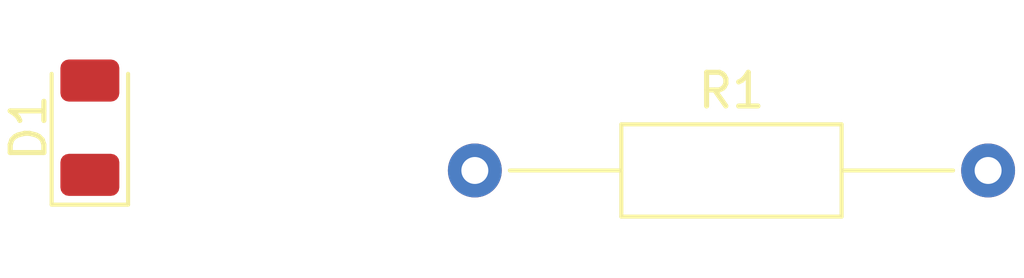
<source format=kicad_pcb>
(kicad_pcb (version 20171130) (host pcbnew "(5.1.10)-1")

  (general
    (thickness 1.6)
    (drawings 0)
    (tracks 0)
    (zones 0)
    (modules 2)
    (nets 4)
  )

  (page A4)
  (layers
    (0 F.Cu signal)
    (31 B.Cu signal)
    (32 B.Adhes user)
    (33 F.Adhes user)
    (34 B.Paste user)
    (35 F.Paste user)
    (36 B.SilkS user)
    (37 F.SilkS user)
    (38 B.Mask user)
    (39 F.Mask user)
    (40 Dwgs.User user)
    (41 Cmts.User user)
    (42 Eco1.User user)
    (43 Eco2.User user)
    (44 Edge.Cuts user)
    (45 Margin user)
    (46 B.CrtYd user)
    (47 F.CrtYd user)
    (48 B.Fab user)
    (49 F.Fab user)
  )

  (setup
    (last_trace_width 0.25)
    (trace_clearance 0.2)
    (zone_clearance 0.508)
    (zone_45_only no)
    (trace_min 0.2)
    (via_size 0.8)
    (via_drill 0.4)
    (via_min_size 0.4)
    (via_min_drill 0.3)
    (uvia_size 0.3)
    (uvia_drill 0.1)
    (uvias_allowed no)
    (uvia_min_size 0.2)
    (uvia_min_drill 0.1)
    (edge_width 0.05)
    (segment_width 0.2)
    (pcb_text_width 0.3)
    (pcb_text_size 1.5 1.5)
    (mod_edge_width 0.12)
    (mod_text_size 1 1)
    (mod_text_width 0.15)
    (pad_size 1.524 1.524)
    (pad_drill 0.762)
    (pad_to_mask_clearance 0)
    (aux_axis_origin 0 0)
    (visible_elements FFFFFF7F)
    (pcbplotparams
      (layerselection 0x010fc_ffffffff)
      (usegerberextensions false)
      (usegerberattributes true)
      (usegerberadvancedattributes true)
      (creategerberjobfile true)
      (excludeedgelayer true)
      (linewidth 0.100000)
      (plotframeref false)
      (viasonmask false)
      (mode 1)
      (useauxorigin false)
      (hpglpennumber 1)
      (hpglpenspeed 20)
      (hpglpendiameter 15.000000)
      (psnegative false)
      (psa4output false)
      (plotreference true)
      (plotvalue true)
      (plotinvisibletext false)
      (padsonsilk false)
      (subtractmaskfromsilk false)
      (outputformat 1)
      (mirror false)
      (drillshape 1)
      (scaleselection 1)
      (outputdirectory ""))
  )

  (net 0 "")
  (net 1 "Net-(D1-Pad1)")
  (net 2 GND)
  (net 3 +5V)

  (net_class Default "This is the default net class."
    (clearance 0.2)
    (trace_width 0.25)
    (via_dia 0.8)
    (via_drill 0.4)
    (uvia_dia 0.3)
    (uvia_drill 0.1)
    (add_net +5V)
    (add_net GND)
    (add_net "Net-(D1-Pad1)")
  )

  (module LED_SMD:LED_1206_3216Metric (layer F.Cu) (tedit 5F68FEF1) (tstamp 611EC7D5)
    (at 25.4 44.45 90)
    (descr "LED SMD 1206 (3216 Metric), square (rectangular) end terminal, IPC_7351 nominal, (Body size source: http://www.tortai-tech.com/upload/download/2011102023233369053.pdf), generated with kicad-footprint-generator")
    (tags LED)
    (path /6122F05E)
    (attr smd)
    (fp_text reference D1 (at 0 -1.82 90) (layer F.SilkS)
      (effects (font (size 1 1) (thickness 0.15)))
    )
    (fp_text value LED_ARGB (at 0 1.82 90) (layer F.Fab)
      (effects (font (size 1 1) (thickness 0.15)))
    )
    (fp_line (start 2.28 1.12) (end -2.28 1.12) (layer F.CrtYd) (width 0.05))
    (fp_line (start 2.28 -1.12) (end 2.28 1.12) (layer F.CrtYd) (width 0.05))
    (fp_line (start -2.28 -1.12) (end 2.28 -1.12) (layer F.CrtYd) (width 0.05))
    (fp_line (start -2.28 1.12) (end -2.28 -1.12) (layer F.CrtYd) (width 0.05))
    (fp_line (start -2.285 1.135) (end 1.6 1.135) (layer F.SilkS) (width 0.12))
    (fp_line (start -2.285 -1.135) (end -2.285 1.135) (layer F.SilkS) (width 0.12))
    (fp_line (start 1.6 -1.135) (end -2.285 -1.135) (layer F.SilkS) (width 0.12))
    (fp_line (start 1.6 0.8) (end 1.6 -0.8) (layer F.Fab) (width 0.1))
    (fp_line (start -1.6 0.8) (end 1.6 0.8) (layer F.Fab) (width 0.1))
    (fp_line (start -1.6 -0.4) (end -1.6 0.8) (layer F.Fab) (width 0.1))
    (fp_line (start -1.2 -0.8) (end -1.6 -0.4) (layer F.Fab) (width 0.1))
    (fp_line (start 1.6 -0.8) (end -1.2 -0.8) (layer F.Fab) (width 0.1))
    (fp_text user %R (at 0 0 90) (layer F.Fab)
      (effects (font (size 0.8 0.8) (thickness 0.12)))
    )
    (pad 1 smd roundrect (at -1.4 0 90) (size 1.25 1.75) (layers F.Cu F.Paste F.Mask) (roundrect_rratio 0.2)
      (net 1 "Net-(D1-Pad1)"))
    (pad 2 smd roundrect (at 1.4 0 90) (size 1.25 1.75) (layers F.Cu F.Paste F.Mask) (roundrect_rratio 0.2)
      (net 2 GND))
    (model ${KISYS3DMOD}/LED_SMD.3dshapes/LED_1206_3216Metric.wrl
      (at (xyz 0 0 0))
      (scale (xyz 1 1 1))
      (rotate (xyz 0 0 0))
    )
  )

  (module Resistor_THT:R_Axial_DIN0207_L6.3mm_D2.5mm_P15.24mm_Horizontal (layer F.Cu) (tedit 5AE5139B) (tstamp 611EC7EC)
    (at 36.83 45.72)
    (descr "Resistor, Axial_DIN0207 series, Axial, Horizontal, pin pitch=15.24mm, 0.25W = 1/4W, length*diameter=6.3*2.5mm^2, http://cdn-reichelt.de/documents/datenblatt/B400/1_4W%23YAG.pdf")
    (tags "Resistor Axial_DIN0207 series Axial Horizontal pin pitch 15.24mm 0.25W = 1/4W length 6.3mm diameter 2.5mm")
    (path /6122B489)
    (fp_text reference R1 (at 7.62 -2.37) (layer F.SilkS)
      (effects (font (size 1 1) (thickness 0.15)))
    )
    (fp_text value 330 (at 7.62 2.37) (layer F.Fab)
      (effects (font (size 1 1) (thickness 0.15)))
    )
    (fp_line (start 16.29 -1.5) (end -1.05 -1.5) (layer F.CrtYd) (width 0.05))
    (fp_line (start 16.29 1.5) (end 16.29 -1.5) (layer F.CrtYd) (width 0.05))
    (fp_line (start -1.05 1.5) (end 16.29 1.5) (layer F.CrtYd) (width 0.05))
    (fp_line (start -1.05 -1.5) (end -1.05 1.5) (layer F.CrtYd) (width 0.05))
    (fp_line (start 14.2 0) (end 10.89 0) (layer F.SilkS) (width 0.12))
    (fp_line (start 1.04 0) (end 4.35 0) (layer F.SilkS) (width 0.12))
    (fp_line (start 10.89 -1.37) (end 4.35 -1.37) (layer F.SilkS) (width 0.12))
    (fp_line (start 10.89 1.37) (end 10.89 -1.37) (layer F.SilkS) (width 0.12))
    (fp_line (start 4.35 1.37) (end 10.89 1.37) (layer F.SilkS) (width 0.12))
    (fp_line (start 4.35 -1.37) (end 4.35 1.37) (layer F.SilkS) (width 0.12))
    (fp_line (start 15.24 0) (end 10.77 0) (layer F.Fab) (width 0.1))
    (fp_line (start 0 0) (end 4.47 0) (layer F.Fab) (width 0.1))
    (fp_line (start 10.77 -1.25) (end 4.47 -1.25) (layer F.Fab) (width 0.1))
    (fp_line (start 10.77 1.25) (end 10.77 -1.25) (layer F.Fab) (width 0.1))
    (fp_line (start 4.47 1.25) (end 10.77 1.25) (layer F.Fab) (width 0.1))
    (fp_line (start 4.47 -1.25) (end 4.47 1.25) (layer F.Fab) (width 0.1))
    (fp_text user %R (at 7.62 0) (layer F.Fab)
      (effects (font (size 1 1) (thickness 0.15)))
    )
    (pad 1 thru_hole circle (at 0 0) (size 1.6 1.6) (drill 0.8) (layers *.Cu *.Mask)
      (net 1 "Net-(D1-Pad1)"))
    (pad 2 thru_hole oval (at 15.24 0) (size 1.6 1.6) (drill 0.8) (layers *.Cu *.Mask)
      (net 3 +5V))
    (model ${KISYS3DMOD}/Resistor_THT.3dshapes/R_Axial_DIN0207_L6.3mm_D2.5mm_P15.24mm_Horizontal.wrl
      (at (xyz 0 0 0))
      (scale (xyz 1 1 1))
      (rotate (xyz 0 0 0))
    )
  )

)

</source>
